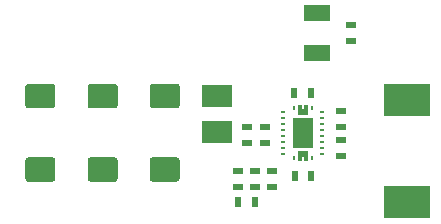
<source format=gbr>
%TF.GenerationSoftware,KiCad,Pcbnew,5.1.8-db9833491~88~ubuntu20.04.1*%
%TF.CreationDate,2020-12-10T20:55:53+01:00*%
%TF.ProjectId,Boost_DC_Converter_TPS61088RHLR,426f6f73-745f-4444-935f-436f6e766572,V1.0*%
%TF.SameCoordinates,Original*%
%TF.FileFunction,Paste,Top*%
%TF.FilePolarity,Positive*%
%FSLAX46Y46*%
G04 Gerber Fmt 4.6, Leading zero omitted, Abs format (unit mm)*
G04 Created by KiCad (PCBNEW 5.1.8-db9833491~88~ubuntu20.04.1) date 2020-12-10 20:55:53*
%MOMM*%
%LPD*%
G01*
G04 APERTURE LIST*
%ADD10R,0.370000X0.500000*%
%ADD11R,0.930000X0.500000*%
%ADD12R,1.721999X2.562005*%
%ADD13O,0.201600X0.503999*%
%ADD14O,0.503999X0.201600*%
%ADD15R,2.300000X1.324000*%
%ADD16R,0.880000X0.480000*%
%ADD17R,0.480000X0.880000*%
%ADD18R,2.499360X1.950720*%
%ADD19R,4.000000X2.750000*%
G04 APERTURE END LIST*
D10*
%TO.C,U1*%
X160720000Y-46380000D03*
X161280000Y-46380000D03*
X160720000Y-50540000D03*
D11*
X161000000Y-46710000D03*
D10*
X161280000Y-50540000D03*
D11*
X161000000Y-50210000D03*
D12*
X160999919Y-48459921D03*
D13*
X160249918Y-50610001D03*
D14*
X159350001Y-50209920D03*
X159350001Y-49709921D03*
X159350001Y-49209920D03*
X159350001Y-48709921D03*
X159350001Y-48209922D03*
X159350001Y-47709920D03*
X159350001Y-47209921D03*
X159350001Y-46709920D03*
D13*
X160249918Y-46309999D03*
X161749920Y-46309999D03*
D14*
X162649999Y-46709920D03*
X162649999Y-47209921D03*
X162649999Y-47709920D03*
X162649999Y-48209922D03*
X162649999Y-48709921D03*
X162649999Y-49209920D03*
X162649999Y-49709921D03*
X162649999Y-50209920D03*
D13*
X161749920Y-50610001D03*
%TD*%
D15*
%TO.C,C1*%
X162220000Y-41658000D03*
X162220000Y-38282000D03*
%TD*%
D16*
%TO.C,C2*%
X165100000Y-40700000D03*
X165100000Y-39300000D03*
%TD*%
D17*
%TO.C,C3*%
X155510000Y-54280000D03*
X156910000Y-54280000D03*
%TD*%
D16*
%TO.C,C4*%
X155480000Y-53050000D03*
X155480000Y-51650000D03*
%TD*%
D17*
%TO.C,C5*%
X161650000Y-45070000D03*
X160250000Y-45070000D03*
%TD*%
%TO.C,C6*%
X161720000Y-52100000D03*
X160320000Y-52100000D03*
%TD*%
D16*
%TO.C,C7*%
X164240000Y-47970000D03*
X164240000Y-46570000D03*
%TD*%
D18*
%TO.C,C8*%
X153700000Y-45306000D03*
X153700000Y-48354000D03*
%TD*%
%TO.C,C9*%
G36*
G01*
X148275000Y-44290000D02*
X150325000Y-44290000D01*
G75*
G02*
X150575000Y-44540000I0J-250000D01*
G01*
X150575000Y-46115000D01*
G75*
G02*
X150325000Y-46365000I-250000J0D01*
G01*
X148275000Y-46365000D01*
G75*
G02*
X148025000Y-46115000I0J250000D01*
G01*
X148025000Y-44540000D01*
G75*
G02*
X148275000Y-44290000I250000J0D01*
G01*
G37*
G36*
G01*
X148275000Y-50515000D02*
X150325000Y-50515000D01*
G75*
G02*
X150575000Y-50765000I0J-250000D01*
G01*
X150575000Y-52340000D01*
G75*
G02*
X150325000Y-52590000I-250000J0D01*
G01*
X148275000Y-52590000D01*
G75*
G02*
X148025000Y-52340000I0J250000D01*
G01*
X148025000Y-50765000D01*
G75*
G02*
X148275000Y-50515000I250000J0D01*
G01*
G37*
%TD*%
%TO.C,C10*%
G36*
G01*
X137745000Y-50525000D02*
X139795000Y-50525000D01*
G75*
G02*
X140045000Y-50775000I0J-250000D01*
G01*
X140045000Y-52350000D01*
G75*
G02*
X139795000Y-52600000I-250000J0D01*
G01*
X137745000Y-52600000D01*
G75*
G02*
X137495000Y-52350000I0J250000D01*
G01*
X137495000Y-50775000D01*
G75*
G02*
X137745000Y-50525000I250000J0D01*
G01*
G37*
G36*
G01*
X137745000Y-44300000D02*
X139795000Y-44300000D01*
G75*
G02*
X140045000Y-44550000I0J-250000D01*
G01*
X140045000Y-46125000D01*
G75*
G02*
X139795000Y-46375000I-250000J0D01*
G01*
X137745000Y-46375000D01*
G75*
G02*
X137495000Y-46125000I0J250000D01*
G01*
X137495000Y-44550000D01*
G75*
G02*
X137745000Y-44300000I250000J0D01*
G01*
G37*
%TD*%
%TO.C,C11*%
G36*
G01*
X143015000Y-44300000D02*
X145065000Y-44300000D01*
G75*
G02*
X145315000Y-44550000I0J-250000D01*
G01*
X145315000Y-46125000D01*
G75*
G02*
X145065000Y-46375000I-250000J0D01*
G01*
X143015000Y-46375000D01*
G75*
G02*
X142765000Y-46125000I0J250000D01*
G01*
X142765000Y-44550000D01*
G75*
G02*
X143015000Y-44300000I250000J0D01*
G01*
G37*
G36*
G01*
X143015000Y-50525000D02*
X145065000Y-50525000D01*
G75*
G02*
X145315000Y-50775000I0J-250000D01*
G01*
X145315000Y-52350000D01*
G75*
G02*
X145065000Y-52600000I-250000J0D01*
G01*
X143015000Y-52600000D01*
G75*
G02*
X142765000Y-52350000I0J250000D01*
G01*
X142765000Y-50775000D01*
G75*
G02*
X143015000Y-50525000I250000J0D01*
G01*
G37*
%TD*%
D16*
%TO.C,R1*%
X156910000Y-53050000D03*
X156910000Y-51650000D03*
%TD*%
%TO.C,R2*%
X158350000Y-51660000D03*
X158350000Y-53060000D03*
%TD*%
%TO.C,R3*%
X164240000Y-49040000D03*
X164240000Y-50440000D03*
%TD*%
%TO.C,R4*%
X157820000Y-49350000D03*
X157820000Y-47950000D03*
%TD*%
%TO.C,R5*%
X156230000Y-49330000D03*
X156230000Y-47930000D03*
%TD*%
D19*
%TO.C,L1*%
X169820000Y-45640000D03*
X169820000Y-54340000D03*
%TD*%
M02*

</source>
